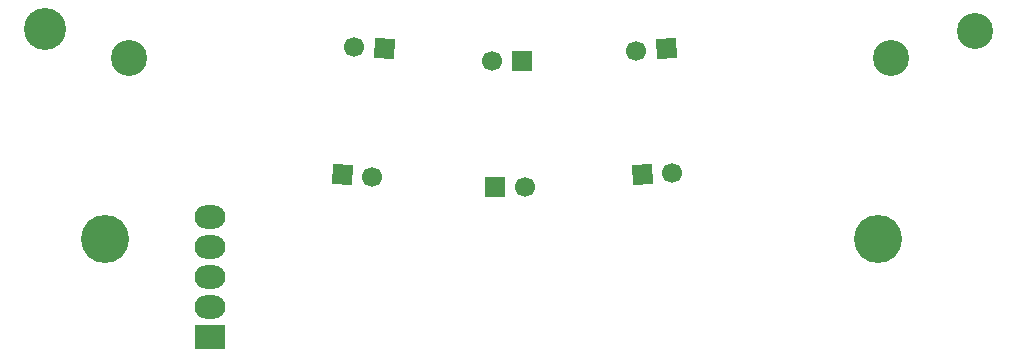
<source format=gbr>
G04 #@! TF.FileFunction,Soldermask,Bot*
%FSLAX46Y46*%
G04 Gerber Fmt 4.6, Leading zero omitted, Abs format (unit mm)*
G04 Created by KiCad (PCBNEW 4.0.6-e0-6349~53~ubuntu16.04.1) date Thu Jun 15 10:56:05 2017*
%MOMM*%
%LPD*%
G01*
G04 APERTURE LIST*
%ADD10C,0.100000*%
%ADD11C,1.700000*%
%ADD12R,1.700000X1.700000*%
%ADD13C,3.556000*%
%ADD14R,2.600000X2.000000*%
%ADD15O,2.600000X2.000000*%
%ADD16C,4.064000*%
%ADD17C,3.048000*%
G04 APERTURE END LIST*
D10*
D11*
X147834187Y-51993181D03*
D10*
G36*
X149579364Y-52723222D02*
X149460778Y-51027364D01*
X151156636Y-50908778D01*
X151275222Y-52604636D01*
X149579364Y-52723222D01*
X149579364Y-52723222D01*
G37*
D11*
X135636000Y-52832000D03*
D12*
X138176000Y-52832000D03*
D11*
X123958187Y-51638819D03*
D10*
G36*
X125584778Y-52604636D02*
X125703364Y-50908778D01*
X127399222Y-51027364D01*
X127280636Y-52723222D01*
X125584778Y-52604636D01*
X125584778Y-52604636D01*
G37*
D13*
X97790000Y-50165000D03*
D14*
X111760000Y-76200000D03*
D15*
X111760000Y-73660000D03*
X111760000Y-71120000D03*
X111760000Y-68580000D03*
X111760000Y-66040000D03*
D11*
X125469813Y-62661181D03*
D10*
G36*
X123843222Y-61695364D02*
X123724636Y-63391222D01*
X122028778Y-63272636D01*
X122147364Y-61576778D01*
X123843222Y-61695364D01*
X123843222Y-61695364D01*
G37*
D11*
X138430000Y-63500000D03*
D12*
X135890000Y-63500000D03*
D11*
X150869813Y-62306819D03*
D10*
G36*
X149124636Y-61576778D02*
X149243222Y-63272636D01*
X147547364Y-63391222D01*
X147428778Y-61695364D01*
X149124636Y-61576778D01*
X149124636Y-61576778D01*
G37*
D16*
X168275000Y-67945000D03*
X102870000Y-67945000D03*
D17*
X104902000Y-52578000D03*
X176530000Y-50292000D03*
X169418000Y-52578000D03*
M02*

</source>
